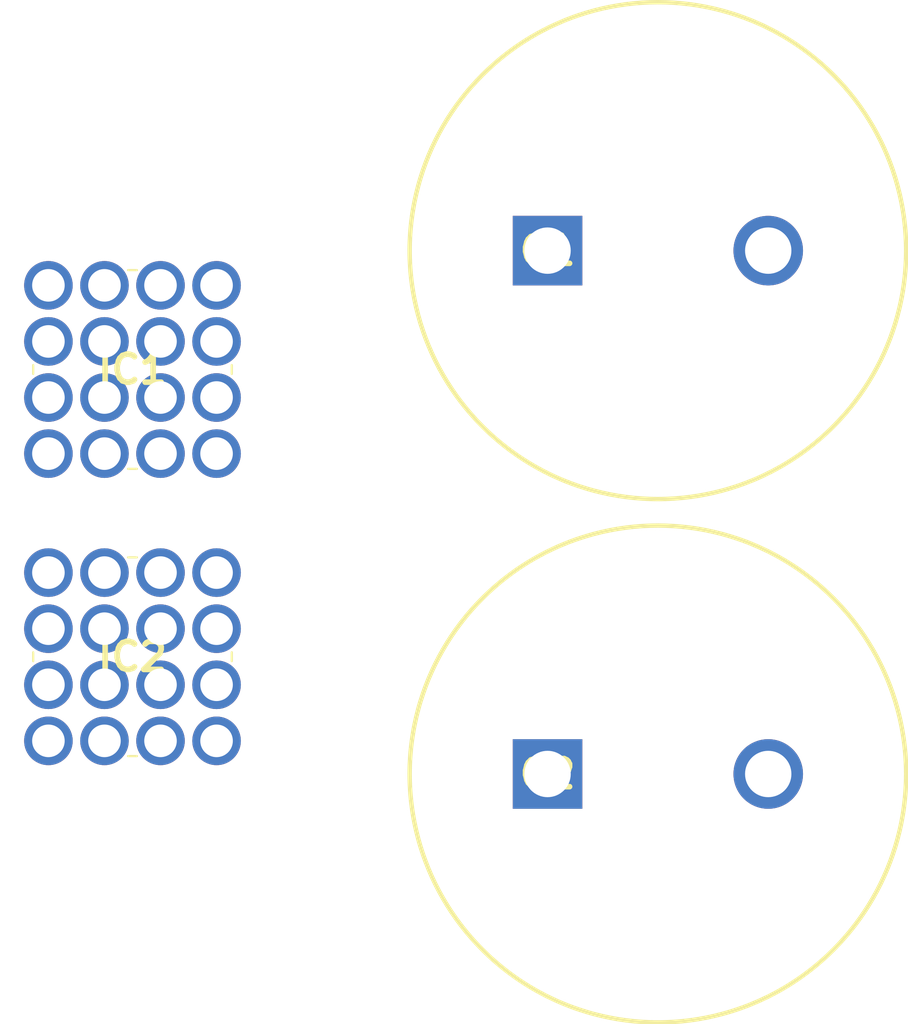
<source format=kicad_pcb>
(kicad_pcb (version 20240108) (generator "pcbnew") (generator_version "8.0")
  (layers (0 "F.Cu" signal) (31 "B.Cu" signal) (34 "B.Paste" user) (35 "F.Paste" user) (36 "B.SilkS" user "B.Silkscreen") (37 "F.SilkS" user "F.Silkscreen") (38 "B.Mask" user) (39 "F.Mask" user) (44 "Edge.Cuts" user))
  (net 0 "")
  (net 1 "Net-(C1-+)")
  (net 2 "Net-(C1--)")
  (footprint "InputCap:CAPPRD1000W190D2250H3700" (layer "F.Cu") (at 52.5 54.5)
    (property "Reference" "C2" (at 0 0 0) (layer "F.SilkS") (effects (font (size 1.27 1.27) (thickness 0.254))))
    (property "Value" "MAL225952471E3" (hide yes))
    (fp_circle (center 5 0) (end 5 11.25) (stroke (width 0.2)) (fill none) (layer "F.SilkS"))
    (pad "1" thru_hole rect (at 0 0) (size 3.15 3.15) (drill 2.1) (layers "*.Cu" "*.Mask") (net 1 "Net-(C1-+)"))
    (pad "2" thru_hole circle (at 10 0) (size 3.15 3.15) (drill 2.1) (layers "*.Cu" "*.Mask") (net 2 "Net-(C1--)"))
  )
  (footprint "InputCap:CAPPRD1000W190D2250H3700" (layer "F.Cu") (at 52.5 30.8)
    (property "Reference" "C1" (at 0 0 0) (layer "F.SilkS") (effects (font (size 1.27 1.27) (thickness 0.254))))
    (property "Value" "MAL225952471E3" (hide yes))
    (fp_circle (center 5 0) (end 5 11.25) (stroke (width 0.2)) (fill none) (layer "F.SilkS"))
    (pad "1" thru_hole rect (at 0 0) (size 3.15 3.15) (drill 2.1) (layers "*.Cu" "*.Mask") (net 1 "Net-(C1-+)"))
    (pad "2" thru_hole circle (at 10 0) (size 3.15 3.15) (drill 2.1) (layers "*.Cu" "*.Mask") (net 2 "Net-(C1--)"))
  )
  (footprint "InOutConn:7461383" (layer "F.Cu") (at 29.88 39.992)
    (property "Reference" "IC1" (at 3.81 -3.81 0) (layer "F.SilkS") (effects (font (size 1.27 1.27) (thickness 0.254))))
    (property "Value" "7461383" (hide yes))
    (fp_line (start -0.69 -4.01) (end -0.69 -3.61) (stroke (width 0.1)) (layer "F.SilkS"))
    (fp_line (start 3.61 -8.31) (end 4.01 -8.31) (stroke (width 0.1)) (layer "F.SilkS"))
    (fp_line (start 3.61 0.69) (end 4.01 0.69) (stroke (width 0.1)) (layer "F.SilkS"))
    (fp_line (start 8.31 -4.01) (end 8.31 -3.61) (stroke (width 0.1)) (layer "F.SilkS"))
    (pad "1" thru_hole circle (at 0 0) (size 2.2 2.2) (drill 1.475) (layers "*.Cu" "*.Mask") (net 1 "Net-(C1-+)"))
    (pad "2" thru_hole circle (at 2.54 0) (size 2.2 2.2) (drill 1.475) (layers "*.Cu" "*.Mask") (net 1 "Net-(C1-+)"))
    (pad "3" thru_hole circle (at 5.08 0) (size 2.2 2.2) (drill 1.475) (layers "*.Cu" "*.Mask") (net 1 "Net-(C1-+)"))
    (pad "4" thru_hole circle (at 7.62 0) (size 2.2 2.2) (drill 1.475) (layers "*.Cu" "*.Mask") (net 1 "Net-(C1-+)"))
    (pad "5" thru_hole circle (at 0 -2.54) (size 2.2 2.2) (drill 1.475) (layers "*.Cu" "*.Mask") (net 1 "Net-(C1-+)"))
    (pad "6" thru_hole circle (at 2.54 -2.54) (size 2.2 2.2) (drill 1.475) (layers "*.Cu" "*.Mask") (net 1 "Net-(C1-+)"))
    (pad "7" thru_hole circle (at 5.08 -2.54) (size 2.2 2.2) (drill 1.475) (layers "*.Cu" "*.Mask") (net 1 "Net-(C1-+)"))
    (pad "8" thru_hole circle (at 7.62 -2.54) (size 2.2 2.2) (drill 1.475) (layers "*.Cu" "*.Mask") (net 1 "Net-(C1-+)"))
    (pad "9" thru_hole circle (at 0 -5.08) (size 2.2 2.2) (drill 1.475) (layers "*.Cu" "*.Mask") (net 1 "Net-(C1-+)"))
    (pad "10" thru_hole circle (at 2.54 -5.08) (size 2.2 2.2) (drill 1.475) (layers "*.Cu" "*.Mask") (net 1 "Net-(C1-+)"))
    (pad "11" thru_hole circle (at 5.08 -5.08) (size 2.2 2.2) (drill 1.475) (layers "*.Cu" "*.Mask") (net 1 "Net-(C1-+)"))
    (pad "12" thru_hole circle (at 7.62 -5.08) (size 2.2 2.2) (drill 1.475) (layers "*.Cu" "*.Mask") (net 1 "Net-(C1-+)"))
    (pad "13" thru_hole circle (at 0 -7.62) (size 2.2 2.2) (drill 1.475) (layers "*.Cu" "*.Mask") (net 1 "Net-(C1-+)"))
    (pad "14" thru_hole circle (at 2.54 -7.62) (size 2.2 2.2) (drill 1.475) (layers "*.Cu" "*.Mask") (net 1 "Net-(C1-+)"))
    (pad "15" thru_hole circle (at 5.08 -7.62) (size 2.2 2.2) (drill 1.475) (layers "*.Cu" "*.Mask") (net 1 "Net-(C1-+)"))
    (pad "16" thru_hole circle (at 7.62 -7.62) (size 2.2 2.2) (drill 1.475) (layers "*.Cu" "*.Mask") (net 1 "Net-(C1-+)"))
  )
  (footprint "InOutConn:7461383" (layer "F.Cu") (at 29.88 53)
    (property "Reference" "IC2" (at 3.81 -3.81 0) (layer "F.SilkS") (effects (font (size 1.27 1.27) (thickness 0.254))))
    (property "Value" "7461383" (hide yes))
    (fp_line (start -0.69 -4.01) (end -0.69 -3.61) (stroke (width 0.1)) (layer "F.SilkS"))
    (fp_line (start 3.61 -8.31) (end 4.01 -8.31) (stroke (width 0.1)) (layer "F.SilkS"))
    (fp_line (start 3.61 0.69) (end 4.01 0.69) (stroke (width 0.1)) (layer "F.SilkS"))
    (fp_line (start 8.31 -4.01) (end 8.31 -3.61) (stroke (width 0.1)) (layer "F.SilkS"))
    (pad "1" thru_hole circle (at 0 0) (size 2.2 2.2) (drill 1.475) (layers "*.Cu" "*.Mask") (net 2 "Net-(C1--)"))
    (pad "2" thru_hole circle (at 2.54 0) (size 2.2 2.2) (drill 1.475) (layers "*.Cu" "*.Mask") (net 2 "Net-(C1--)"))
    (pad "3" thru_hole circle (at 5.08 0) (size 2.2 2.2) (drill 1.475) (layers "*.Cu" "*.Mask") (net 2 "Net-(C1--)"))
    (pad "4" thru_hole circle (at 7.62 0) (size 2.2 2.2) (drill 1.475) (layers "*.Cu" "*.Mask") (net 2 "Net-(C1--)"))
    (pad "5" thru_hole circle (at 0 -2.54) (size 2.2 2.2) (drill 1.475) (layers "*.Cu" "*.Mask") (net 2 "Net-(C1--)"))
    (pad "6" thru_hole circle (at 2.54 -2.54) (size 2.2 2.2) (drill 1.475) (layers "*.Cu" "*.Mask") (net 2 "Net-(C1--)"))
    (pad "7" thru_hole circle (at 5.08 -2.54) (size 2.2 2.2) (drill 1.475) (layers "*.Cu" "*.Mask") (net 2 "Net-(C1--)"))
    (pad "8" thru_hole circle (at 7.62 -2.54) (size 2.2 2.2) (drill 1.475) (layers "*.Cu" "*.Mask") (net 2 "Net-(C1--)"))
    (pad "9" thru_hole circle (at 0 -5.08) (size 2.2 2.2) (drill 1.475) (layers "*.Cu" "*.Mask") (net 2 "Net-(C1--)"))
    (pad "10" thru_hole circle (at 2.54 -5.08) (size 2.2 2.2) (drill 1.475) (layers "*.Cu" "*.Mask") (net 2 "Net-(C1--)"))
    (pad "11" thru_hole circle (at 5.08 -5.08) (size 2.2 2.2) (drill 1.475) (layers "*.Cu" "*.Mask") (net 2 "Net-(C1--)"))
    (pad "12" thru_hole circle (at 7.62 -5.08) (size 2.2 2.2) (drill 1.475) (layers "*.Cu" "*.Mask") (net 2 "Net-(C1--)"))
    (pad "13" thru_hole circle (at 0 -7.62) (size 2.2 2.2) (drill 1.475) (layers "*.Cu" "*.Mask") (net 2 "Net-(C1--)"))
    (pad "14" thru_hole circle (at 2.54 -7.62) (size 2.2 2.2) (drill 1.475) (layers "*.Cu" "*.Mask") (net 2 "Net-(C1--)"))
    (pad "15" thru_hole circle (at 5.08 -7.62) (size 2.2 2.2) (drill 1.475) (layers "*.Cu" "*.Mask") (net 2 "Net-(C1--)"))
    (pad "16" thru_hole circle (at 7.62 -7.62) (size 2.2 2.2) (drill 1.475) (layers "*.Cu" "*.Mask") (net 2 "Net-(C1--)"))
  )
)
</source>
